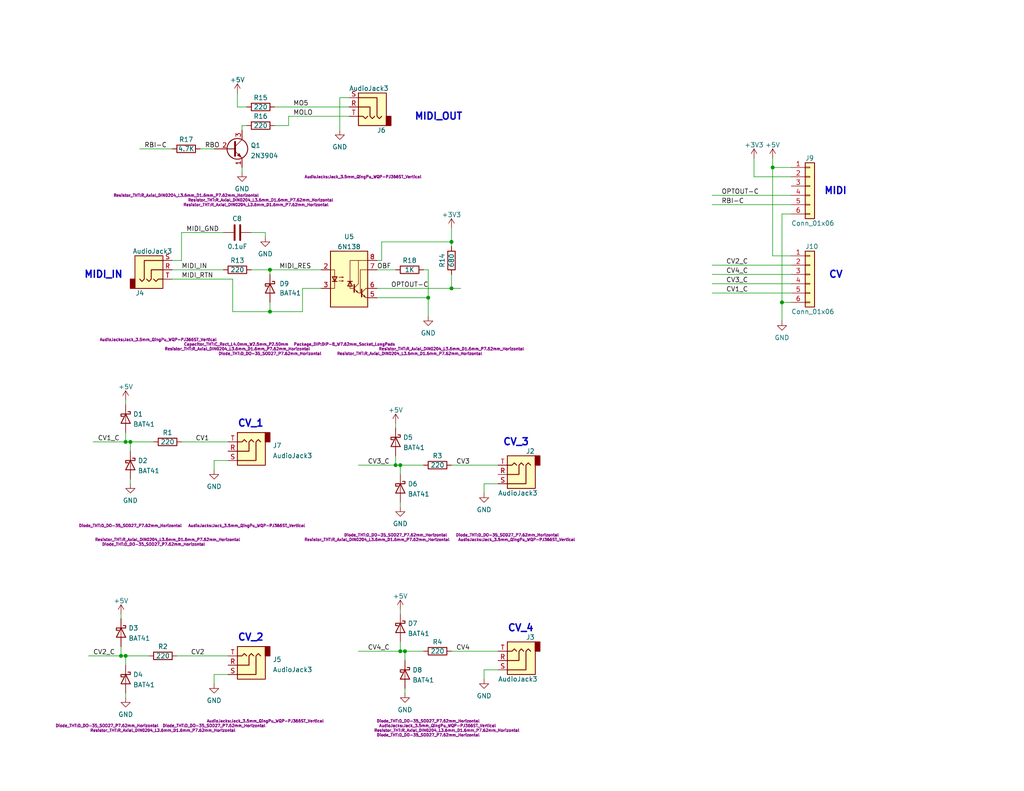
<source format=kicad_sch>
(kicad_sch (version 20211123) (generator eeschema)
  (paper "A")
  (title_block (title "SYNTH MIDI CONTROLLER") (date "2022-10-23") (rev "1") (company "LAND BOARDS LLC") (comment 1 "https://note.com/solder_state/n/n17e028497eba"))
  (lib_symbols
    (symbol "Connector:AudioJack3"
      (property "Reference" "J" (at 0 8.89 0))
      (property "Value" "AudioJack3" (at 0 6.35 0))
      (symbol "AudioJack3_0_1"
        (rectangle (start -5.08 -5.08) (end -6.35 -2.54) (stroke (width 0.254)) (fill (type outline)))
        (polyline (pts (xy 0 -2.54) (xy 0.635 -3.175) (xy 1.27 -2.54) (xy 2.54 -2.54)) (stroke (width 0.254)))
        (polyline (pts (xy -1.905 -2.54) (xy -1.27 -3.175) (xy -0.635 -2.54) (xy -0.635 0) (xy 2.54 0)) (stroke (width 0.254)))
        (polyline (pts (xy 2.54 2.54) (xy -2.54 2.54) (xy -2.54 -2.54) (xy -3.175 -3.175) (xy -3.81 -2.54)) (stroke (width 0.254)))
        (rectangle (start 2.54 3.81) (end -5.08 -5.08) (stroke (width 0.254)) (fill (type background)))
      )
      (symbol "AudioJack3_1_1"
        (pin passive line (at 5.08 0 180) (length 2.54) (name "~") (number "R"))
        (pin passive line (at 5.08 2.54 180) (length 2.54) (name "~") (number "S"))
        (pin passive line (at 5.08 -2.54 180) (length 2.54) (name "~") (number "T"))
      )
    )
    (symbol "Connector_Generic:Conn_01x06" (pin_names (offset 1.016) hide)
      (property "Reference" "J" (at 0 7.62 0))
      (property "Value" "Conn_01x06" (at 0 -10.16 0))
      (symbol "Conn_01x06_1_1"
        (rectangle (start -1.27 -7.493) (end 0 -7.747) (stroke (width 0.1524)))
        (rectangle (start -1.27 -4.953) (end 0 -5.207) (stroke (width 0.1524)))
        (rectangle (start -1.27 -2.413) (end 0 -2.667) (stroke (width 0.1524)))
        (rectangle (start -1.27 0.127) (end 0 -0.127) (stroke (width 0.1524)))
        (rectangle (start -1.27 2.667) (end 0 2.413) (stroke (width 0.1524)))
        (rectangle (start -1.27 5.207) (end 0 4.953) (stroke (width 0.1524)))
        (rectangle (start -1.27 6.35) (end 1.27 -8.89) (stroke (width 0.254)) (fill (type background)))
        (pin passive line (at -5.08 5.08 0) (length 3.81) (name "Pin_1") (number "1"))
        (pin passive line (at -5.08 2.54 0) (length 3.81) (name "Pin_2") (number "2"))
        (pin passive line (at -5.08 0 0) (length 3.81) (name "Pin_3") (number "3"))
        (pin passive line (at -5.08 -2.54 0) (length 3.81) (name "Pin_4") (number "4"))
        (pin passive line (at -5.08 -5.08 0) (length 3.81) (name "Pin_5") (number "5"))
        (pin passive line (at -5.08 -7.62 0) (length 3.81) (name "Pin_6") (number "6"))
      )
    )
    (symbol "Device:C" (pin_numbers hide) (pin_names (offset 0.254))
      (property "Reference" "C" (at 0.635 2.54 0))
      (property "Value" "C" (at 0.635 -2.54 0))
      (symbol "C_0_1"
        (polyline (pts (xy -2.032 -0.762) (xy 2.032 -0.762)) (stroke (width 0.508)))
        (polyline (pts (xy -2.032 0.762) (xy 2.032 0.762)) (stroke (width 0.508)))
      )
      (symbol "C_1_1"
        (pin passive line (at 0 3.81 270) (length 2.794) (name "~") (number "1"))
        (pin passive line (at 0 -3.81 90) (length 2.794) (name "~") (number "2"))
      )
    )
    (symbol "Device:D_Schottky" (pin_numbers hide) (pin_names (offset 1.016) hide)
      (property "Reference" "D" (at 0 2.54 0))
      (property "Value" "D_Schottky" (at 0 -2.54 0))
      (symbol "D_Schottky_0_1"
        (polyline (pts (xy 1.27 0) (xy -1.27 0)))
        (polyline (pts (xy 1.27 1.27) (xy 1.27 -1.27) (xy -1.27 0) (xy 1.27 1.27)) (stroke (width 0.254)))
        (polyline (pts (xy -1.905 0.635) (xy -1.905 1.27) (xy -1.27 1.27) (xy -1.27 -1.27) (xy -0.635 -1.27) (xy -0.635 -0.635)) (stroke (width 0.254)))
      )
      (symbol "D_Schottky_1_1"
        (pin passive line (at -3.81 0 0) (length 2.54) (name "K") (number "1"))
        (pin passive line (at 3.81 0 180) (length 2.54) (name "A") (number "2"))
      )
    )
    (symbol "Device:R" (pin_numbers hide) (pin_names (offset 0))
      (property "Reference" "R" (at 2.032 0 90))
      (property "Value" "R" (at 0 0 90))
      (symbol "R_0_1"
        (rectangle (start -1.016 -2.54) (end 1.016 2.54) (stroke (width 0.254)))
      )
      (symbol "R_1_1"
        (pin passive line (at 0 3.81 270) (length 1.27) (name "~") (number "1"))
        (pin passive line (at 0 -3.81 90) (length 1.27) (name "~") (number "2"))
      )
    )
    (symbol "Isolator:6N138" (pin_names (offset 1.016) hide)
      (property "Reference" "U" (at -4.064 8.89 0))
      (property "Value" "6N138" (at 2.286 8.89 0))
      (symbol "6N138_0_1"
        (rectangle (start -5.08 7.62) (end 5.08 -7.62) (stroke (width 0.254)) (fill (type background)))
        (polyline (pts (xy -4.572 -0.635) (xy -3.302 -0.635)) (stroke (width 0.254)))
        (polyline (pts (xy 0.889 -0.635) (xy -0.381 -0.635)) (stroke (width 0.254)))
        (polyline (pts (xy 1.397 -2.667) (xy 2.54 -3.81)))
        (polyline (pts (xy 1.397 -2.413) (xy 2.54 -1.27)))
        (polyline (pts (xy 2.54 -3.81) (xy 3.175 -3.81)))
        (polyline (pts (xy 3.429 -3.937) (xy 4.572 -5.08)))
        (polyline (pts (xy 3.429 -3.683) (xy 4.572 -2.54)))
        (polyline (pts (xy 4.572 -5.08) (xy 5.08 -5.08)))
        (polyline (pts (xy 4.572 -2.54) (xy 5.08 -2.54)))
        (polyline (pts (xy 1.397 -1.524) (xy 1.397 -3.556) (xy 1.397 -3.556)) (stroke (width 0.3556)))
        (polyline (pts (xy 2.54 -1.27) (xy 2.54 5.08) (xy 5.08 5.08)))
        (polyline (pts (xy 3.429 -2.794) (xy 3.429 -4.826) (xy 3.429 -4.826)) (stroke (width 0.3556)))
        (polyline (pts (xy 5.08 2.54) (xy 3.048 2.54) (xy 3.048 -3.81)))
        (polyline (pts (xy -5.08 -2.54) (xy -3.937 -2.54) (xy -3.937 2.54) (xy -5.08 2.54)))
        (polyline (pts (xy -3.937 -0.635) (xy -4.572 0.635) (xy -3.302 0.635) (xy -3.937 -0.635)) (stroke (width 0.254)))
        (polyline (pts (xy 0.254 -0.635) (xy 0.889 -1.905) (xy -0.381 -1.905) (xy 0.254 -0.635)) (stroke (width 0.254)))
        (polyline (pts (xy 1.27 -2.54) (xy 0.254 -2.54) (xy 0.254 5.08) (xy 2.54 5.08)))
        (polyline (pts (xy 2.413 -3.683) (xy 2.159 -3.175) (xy 1.905 -3.429) (xy 2.413 -3.683)))
        (polyline (pts (xy 4.445 -4.953) (xy 4.191 -4.445) (xy 3.937 -4.699) (xy 4.445 -4.953)))
        (polyline (pts (xy -2.794 -0.508) (xy -1.524 -0.508) (xy -1.905 -0.635) (xy -1.905 -0.381) (xy -1.524 -0.508)))
        (polyline (pts (xy -2.794 0.508) (xy -1.524 0.508) (xy -1.905 0.381) (xy -1.905 0.635) (xy -1.524 0.508)))
      )
      (symbol "6N138_1_1"
        (pin no_connect line (at -5.08 5.08 0) (length 2.54) hide (name "NC") (number "1"))
        (pin passive line (at -7.62 2.54 0) (length 2.54) (name "C1") (number "2"))
        (pin passive line (at -7.62 -2.54 0) (length 2.54) (name "C2") (number "3"))
        (pin no_connect line (at -5.08 -5.08 0) (length 2.54) hide (name "NC") (number "4"))
        (pin passive line (at 7.62 -5.08 180) (length 2.54) (name "GND") (number "5"))
        (pin passive line (at 7.62 -2.54 180) (length 2.54) (name "VO2") (number "6"))
        (pin passive line (at 7.62 2.54 180) (length 2.54) (name "VO1") (number "7"))
        (pin passive line (at 7.62 5.08 180) (length 2.54) (name "VCC") (number "8"))
      )
    )
    (symbol "Transistor_BJT:2N3904" (pin_names (offset 0) hide)
      (property "Reference" "Q" (at 5.08 1.905 0))
      (property "Value" "2N3904" (at 5.08 0 0))
      (symbol "2N3904_0_1"
        (polyline (pts (xy 0.635 0.635) (xy 2.54 2.54)))
        (polyline (pts (xy 0.635 -0.635) (xy 2.54 -2.54) (xy 2.54 -2.54)))
        (polyline (pts (xy 0.635 1.905) (xy 0.635 -1.905) (xy 0.635 -1.905)) (stroke (width 0.508)))
        (polyline (pts (xy 1.27 -1.778) (xy 1.778 -1.27) (xy 2.286 -2.286) (xy 1.27 -1.778) (xy 1.27 -1.778)) (fill (type outline)))
        (circle (center 1.27 0) (radius 2.8194) (stroke (width 0.254)))
      )
      (symbol "2N3904_1_1"
        (pin passive line (at 2.54 -5.08 90) (length 2.54) (name "E") (number "1"))
        (pin passive line (at -5.08 0 0) (length 5.715) (name "B") (number "2"))
        (pin passive line (at 2.54 5.08 270) (length 2.54) (name "C") (number "3"))
      )
    )
    (symbol "power:+3.3V" (power) (pin_names (offset 0))
      (property "Value" "+3.3V" (at 0 3.556 0))
      (symbol "+3.3V_0_1"
        (polyline (pts (xy -0.762 1.27) (xy 0 2.54)))
        (polyline (pts (xy 0 0) (xy 0 2.54)))
        (polyline (pts (xy 0 2.54) (xy 0.762 1.27)))
      )
      (symbol "+3.3V_1_1"
        (pin power_in line (at 0 0 90) (length 0) hide (name "+3V3") (number "1"))
      )
    )
    (symbol "power:+5V" (power) (pin_names (offset 0))
      (property "Value" "+5V" (at 0 3.556 0))
      (symbol "+5V_0_1"
        (polyline (pts (xy -0.762 1.27) (xy 0 2.54)))
        (polyline (pts (xy 0 0) (xy 0 2.54)))
        (polyline (pts (xy 0 2.54) (xy 0.762 1.27)))
      )
      (symbol "+5V_1_1"
        (pin power_in line (at 0 0 90) (length 0) hide (name "+5V") (number "1"))
      )
    )
    (symbol "power:GND" (power) (pin_names (offset 0))
      (property "Value" "GND" (at 0 -3.81 0))
      (symbol "GND_0_1"
        (polyline (pts (xy 0 0) (xy 0 -1.27) (xy 1.27 -1.27) (xy 0 -2.54) (xy -1.27 -1.27) (xy 0 -1.27)))
      )
      (symbol "GND_1_1"
        (pin power_in line (at 0 0 270) (length 0) hide (name "GND") (number "1"))
      )
    )
  )
  (junction (at 35.56 120.65))
  (junction (at 123.19 78.74))
  (junction (at 73.66 85.09))
  (junction (at 210.82 45.72))
  (junction (at 34.29 179.07))
  (junction (at 123.19 66.04))
  (junction (at 116.84 81.28))
  (junction (at 213.36 82.55))
  (junction (at 73.66 73.66))
  (junction (at 109.22 127))
  (junction (at 110.49 177.8))
  (junction (at 109.22 177.8))
  (junction (at 107.95 127))
  (junction (at 34.29 120.65))
  (junction (at 33.02 179.07))
  (wire (pts (xy 73.66 85.09) (xy 73.66 82.55)))
  (wire (pts (xy 213.36 82.55) (xy 213.36 87.63)))
  (wire (pts (xy 104.14 71.12) (xy 104.14 66.04)))
  (wire (pts (xy 49.53 120.65) (xy 62.23 120.65)))
  (wire (pts (xy 63.5 85.09) (xy 73.66 85.09)))
  (wire (pts (xy 194.31 53.34) (xy 215.9 53.34)))
  (wire (pts (xy 33.02 167.64) (xy 33.02 168.91)))
  (wire (pts (xy 82.55 85.09) (xy 82.55 78.74)))
  (wire (pts (xy 109.22 127) (xy 109.22 129.54)))
  (wire (pts (xy 34.29 109.22) (xy 34.29 110.49)))
  (wire (pts (xy 92.71 26.67) (xy 92.71 35.56)))
  (wire (pts (xy 73.66 85.09) (xy 82.55 85.09)))
  (wire (pts (xy 58.42 125.73) (xy 62.23 125.73)))
  (wire (pts (xy 49.53 63.5) (xy 60.96 63.5)))
  (wire (pts (xy 194.31 55.88) (xy 215.9 55.88)))
  (wire (pts (xy 210.82 45.72) (xy 215.9 45.72)))
  (wire (pts (xy 205.74 48.26) (xy 215.9 48.26)))
  (wire (pts (xy 64.77 25.4) (xy 64.77 29.21)))
  (wire (pts (xy 54.61 40.64) (xy 58.42 40.64)))
  (wire (pts (xy 107.95 115.57) (xy 107.95 116.84)))
  (wire (pts (xy 215.9 58.42) (xy 213.36 58.42)))
  (wire (pts (xy 58.42 186.69) (xy 58.42 184.15)))
  (wire (pts (xy 74.93 29.21) (xy 95.25 29.21)))
  (wire (pts (xy 132.08 134.62) (xy 132.08 132.08)))
  (wire (pts (xy 109.22 175.26) (xy 109.22 177.8)))
  (wire (pts (xy 116.84 81.28) (xy 116.84 86.36)))
  (wire (pts (xy 102.87 71.12) (xy 104.14 71.12)))
  (wire (pts (xy 34.29 179.07) (xy 34.29 181.61)))
  (wire (pts (xy 194.31 77.47) (xy 215.9 77.47)))
  (wire (pts (xy 110.49 177.8) (xy 110.49 180.34)))
  (wire (pts (xy 110.49 177.8) (xy 115.57 177.8)))
  (wire (pts (xy 107.95 124.46) (xy 107.95 127)))
  (wire (pts (xy 132.08 132.08) (xy 135.89 132.08)))
  (wire (pts (xy 115.57 73.66) (xy 116.84 73.66)))
  (wire (pts (xy 109.22 166.37) (xy 109.22 167.64)))
  (wire (pts (xy 213.36 58.42) (xy 213.36 82.55)))
  (wire (pts (xy 74.93 34.29) (xy 78.74 34.29)))
  (wire (pts (xy 82.55 78.74) (xy 87.63 78.74)))
  (wire (pts (xy 104.14 66.04) (xy 123.19 66.04)))
  (wire (pts (xy 58.42 128.27) (xy 58.42 125.73)))
  (wire (pts (xy 132.08 185.42) (xy 132.08 182.88)))
  (wire (pts (xy 68.58 63.5) (xy 72.39 63.5)))
  (wire (pts (xy 123.19 66.04) (xy 123.19 67.31)))
  (wire (pts (xy 25.4 120.65) (xy 34.29 120.65)))
  (wire (pts (xy 38.1 40.64) (xy 46.99 40.64)))
  (wire (pts (xy 194.31 72.39) (xy 215.9 72.39)))
  (wire (pts (xy 35.56 120.65) (xy 35.56 123.19)))
  (wire (pts (xy 73.66 73.66) (xy 73.66 74.93)))
  (wire (pts (xy 34.29 190.5) (xy 34.29 189.23)))
  (wire (pts (xy 64.77 29.21) (xy 67.31 29.21)))
  (wire (pts (xy 210.82 43.18) (xy 210.82 45.72)))
  (wire (pts (xy 35.56 120.65) (xy 41.91 120.65)))
  (wire (pts (xy 78.74 31.75) (xy 95.25 31.75)))
  (wire (pts (xy 92.71 26.67) (xy 95.25 26.67)))
  (wire (pts (xy 109.22 177.8) (xy 110.49 177.8)))
  (wire (pts (xy 210.82 45.72) (xy 210.82 69.85)))
  (wire (pts (xy 68.58 73.66) (xy 73.66 73.66)))
  (wire (pts (xy 66.04 35.56) (xy 66.04 34.29)))
  (wire (pts (xy 123.19 78.74) (xy 123.19 74.93)))
  (wire (pts (xy 33.02 176.53) (xy 33.02 179.07)))
  (wire (pts (xy 34.29 120.65) (xy 35.56 120.65)))
  (wire (pts (xy 66.04 45.72) (xy 66.04 46.99)))
  (wire (pts (xy 46.99 71.12) (xy 49.53 71.12)))
  (wire (pts (xy 109.22 138.43) (xy 109.22 137.16)))
  (wire (pts (xy 194.31 80.01) (xy 215.9 80.01)))
  (wire (pts (xy 34.29 179.07) (xy 40.64 179.07)))
  (wire (pts (xy 33.02 179.07) (xy 34.29 179.07)))
  (wire (pts (xy 194.31 74.93) (xy 215.9 74.93)))
  (wire (pts (xy 73.66 73.66) (xy 87.63 73.66)))
  (wire (pts (xy 123.19 78.74) (xy 125.73 78.74)))
  (wire (pts (xy 213.36 82.55) (xy 215.9 82.55)))
  (wire (pts (xy 46.99 76.2) (xy 63.5 76.2)))
  (wire (pts (xy 35.56 132.08) (xy 35.56 130.81)))
  (wire (pts (xy 132.08 182.88) (xy 135.89 182.88)))
  (wire (pts (xy 107.95 127) (xy 109.22 127)))
  (wire (pts (xy 123.19 177.8) (xy 135.89 177.8)))
  (wire (pts (xy 116.84 73.66) (xy 116.84 81.28)))
  (wire (pts (xy 72.39 63.5) (xy 72.39 64.77)))
  (wire (pts (xy 63.5 76.2) (xy 63.5 85.09)))
  (wire (pts (xy 24.13 179.07) (xy 33.02 179.07)))
  (wire (pts (xy 123.19 62.23) (xy 123.19 66.04)))
  (wire (pts (xy 210.82 69.85) (xy 215.9 69.85)))
  (wire (pts (xy 97.79 127) (xy 107.95 127)))
  (wire (pts (xy 66.04 34.29) (xy 67.31 34.29)))
  (wire (pts (xy 205.74 43.18) (xy 205.74 48.26)))
  (wire (pts (xy 102.87 81.28) (xy 116.84 81.28)))
  (wire (pts (xy 97.79 177.8) (xy 109.22 177.8)))
  (wire (pts (xy 78.74 34.29) (xy 78.74 31.75)))
  (wire (pts (xy 123.19 127) (xy 135.89 127)))
  (wire (pts (xy 58.42 184.15) (xy 62.23 184.15)))
  (wire (pts (xy 110.49 189.23) (xy 110.49 187.96)))
  (wire (pts (xy 60.96 73.66) (xy 46.99 73.66)))
  (wire (pts (xy 102.87 78.74) (xy 123.19 78.74)))
  (wire (pts (xy 49.53 71.12) (xy 49.53 63.5)))
  (wire (pts (xy 102.87 73.66) (xy 107.95 73.66)))
  (wire (pts (xy 109.22 127) (xy 115.57 127)))
  (wire (pts (xy 34.29 118.11) (xy 34.29 120.65)))
  (wire (pts (xy 48.26 179.07) (xy 62.23 179.07)))
  (text "CV_1" (at 64.77 116.84 0) (effects (font (size 1.905 1.905) (thickness 0.381) bold) (justify left bottom)))
  (text "CV_3" (at 137.16 121.92 0) (effects (font (size 1.905 1.905) (thickness 0.381) bold) (justify left bottom)))
  (text "MIDI_IN" (at 22.86 76.2 0) (effects (font (size 1.905 1.905) (thickness 0.381) bold) (justify left bottom)))
  (text "MIDI_OUT" (at 113.03 33.02 0) (effects (font (size 1.905 1.905) (thickness 0.381) bold) (justify left bottom)))
  (text "MIDI" (at 224.79 53.34 0) (effects (font (size 1.905 1.905) (thickness 0.381) bold) (justify left bottom)))
  (text "CV" (at 226.06 76.2 0) (effects (font (size 1.905 1.905) (thickness 0.381) bold) (justify left bottom)))
  (text "CV_4" (at 138.43 172.72 0) (effects (font (size 1.905 1.905) (thickness 0.381) bold) (justify left bottom)))
  (text "CV_2" (at 64.77 175.26 0) (effects (font (size 1.905 1.905) (thickness 0.381) bold) (justify left bottom)))
  (label "CV3_C" (at 198.12 77.47 0))
  (label "CV4_C" (at 198.12 74.93 0))
  (label "RBI-C" (at 39.37 40.64 0))
  (label "OBF" (at 102.87 73.66 0))
  (label "CV4" (at 124.46 177.8 0))
  (label "CV3_C" (at 100.33 127 0))
  (label "MIDI_GND" (at 50.8 63.5 0))
  (label "MIDI_RTN" (at 49.53 76.2 0))
  (label "MIDI_IN" (at 49.53 73.66 0))
  (label "CV1_C" (at 26.67 120.65 0))
  (label "MIDI_RES" (at 76.2 73.66 0))
  (label "CV3" (at 124.46 127 0))
  (label "CV4_C" (at 100.33 177.8 0))
  (label "CV1_C" (at 198.12 80.01 0))
  (label "MO5" (at 80.01 29.21 0))
  (label "CV1" (at 53.34 120.65 0))
  (label "CV2_C" (at 198.12 72.39 0))
  (label "OPTOUT-C" (at 196.85 53.34 0))
  (label "CV2" (at 52.07 179.07 0))
  (label "RBO" (at 55.88 40.64 0))
  (label "OPTOUT-C" (at 106.68 78.74 0))
  (label "CV2_C" (at 25.4 179.07 0))
  (label "RBI-C" (at 196.85 55.88 0))
  (label "MOLO" (at 80.01 31.75 0))
  (symbol (lib_id "Device:D_Schottky") (at 34.29 185.42 270) (unit 1)
    (property "Reference" "D4" (at 36.322 184.194 90) (effects (justify left)))
    (property "Value" "BAT41" (at 36.322 186.9691 90) (effects (justify left)))
    (property "Footprint" "Diode_THT:D_DO-35_SOD27_P7.62mm_Horizontal" (at 58.42 198.12 90) (effects (font (size 0.762 0.762))))
  )
  (symbol (lib_id "power:+5V") (at 64.77 25.4 0) (unit 1)
    (property "Reference" "#PWR0107" (effects hide))
    (property "Value" "+5V" (at 64.77 21.7955 0))
  )
  (symbol (lib_id "power:GND") (at 92.71 35.56 0) (unit 1)
    (property "Reference" "#PWR0136" (effects hide))
    (property "Value" "GND" (at 92.71 40.1225 0))
  )
  (symbol (lib_id "power:+5V") (at 107.95 115.57 0) (unit 1)
    (property "Reference" "#PWR0110" (effects hide))
    (property "Value" "+5V" (at 107.95 111.9655 0))
  )
  (symbol (lib_id "Device:R") (at 64.77 73.66 90) (unit 1)
    (property "Reference" "R13" (at 64.77 71.12 90))
    (property "Value" "220" (at 64.77 73.66 90))
    (property "Footprint" "Resistor_THT:R_Axial_DIN0204_L3.6mm_D1.6mm_P7.62mm_Horizontal" (at 64.77 95.25 90) (effects (font (size 0.762 0.762))))
  )
  (symbol (lib_id "Device:C") (at 64.77 63.5 90) (unit 1)
    (property "Reference" "C8" (at 66.04 59.69 90) (effects (justify left)))
    (property "Value" "0.1uF" (at 64.77 67.31 90))
    (property "Footprint" "Capacitor_THT:C_Rect_L4.0mm_W2.5mm_P2.50mm" (at 78.74 93.98 90) (effects (font (size 0.762 0.762)) (justify left)))
    (property "Datasheet" "https://www.mouser.com/ProductDetail/TDK/FG18X7R1H473KNT06?qs=qf2ddTMq67Ua7q%2FdN4IhqA%3D%3D" (effects hide))
  )
  (symbol (lib_id "Connector:AudioJack3") (at 100.33 29.21 0) (mirror y) (unit 1)
    (property "Reference" "J6" (at 102.87 35.56 0) (effects (justify right)))
    (property "Value" "AudioJack3" (at 95.25 24.13 0) (effects (justify right)))
    (property "Footprint" "AudioJacks:Jack_3.5mm_QingPu_WQP-PJ366ST_Vertical" (at 99.06 48.26 0) (effects (font (size 0.762 0.762))))
  )
  (symbol (lib_id "power:GND") (at 132.08 185.42 0) (unit 1)
    (property "Reference" "#PWR0131" (effects hide))
    (property "Value" "GND" (at 132.08 189.9825 0))
  )
  (symbol (lib_id "Device:R") (at 71.12 34.29 90) (unit 1)
    (property "Reference" "R16" (at 71.12 31.75 90))
    (property "Value" "220" (at 71.12 34.29 90))
    (property "Footprint" "Resistor_THT:R_Axial_DIN0204_L3.6mm_D1.6mm_P7.62mm_Horizontal" (at 71.12 54.61 90) (effects (font (size 0.762 0.762))))
  )
  (symbol (lib_id "Device:D_Schottky") (at 33.02 172.72 270) (unit 1)
    (property "Reference" "D3" (at 35.052 171.494 90) (effects (justify left)))
    (property "Value" "BAT41" (at 35.052 174.2691 90) (effects (justify left)))
    (property "Footprint" "Diode_THT:D_DO-35_SOD27_P7.62mm_Horizontal" (at 29.21 198.12 90) (effects (font (size 0.762 0.762))))
  )
  (symbol (lib_id "power:GND") (at 132.08 134.62 0) (unit 1)
    (property "Reference" "#PWR0112" (effects hide))
    (property "Value" "GND" (at 132.08 139.1825 0))
  )
  (symbol (lib_id "power:+5V") (at 33.02 167.64 0) (unit 1)
    (property "Reference" "#PWR0103" (effects hide))
    (property "Value" "+5V" (at 33.02 164.0355 0))
  )
  (symbol (lib_id "Connector_Generic:Conn_01x06") (at 220.98 50.8 0) (unit 1)
    (property "Reference" "J9" (at 219.71 43.18 0) (effects (justify left)))
    (property "Value" "Conn_01x06" (at 215.9 60.96 0) (effects (justify left)))
    (property "Footprint" "Connector_PinHeader_2.54mm:PinHeader_1x06_P2.54mm_Vertical" (effects hide))
  )
  (symbol (lib_id "Device:R") (at 119.38 127 90) (unit 1)
    (property "Reference" "R3" (at 119.38 124.46 90))
    (property "Value" "220" (at 119.38 127 90))
    (property "Footprint" "Resistor_THT:R_Axial_DIN0204_L3.6mm_D1.6mm_P7.62mm_Horizontal" (at 102.87 147.32 90) (effects (font (size 0.762 0.762))))
  )
  (symbol (lib_id "Device:D_Schottky") (at 35.56 127 270) (unit 1)
    (property "Reference" "D2" (at 37.592 125.774 90) (effects (justify left)))
    (property "Value" "BAT41" (at 37.592 128.5491 90) (effects (justify left)))
    (property "Footprint" "Diode_THT:D_DO-35_SOD27_P7.62mm_Horizontal" (at 35.56 143.51 90) (effects (font (size 0.762 0.762))))
  )
  (symbol (lib_id "Connector:AudioJack3") (at 67.31 123.19 180) (unit 1)
    (property "Reference" "J7" (at 74.4219 121.6465 0) (effects (justify right)))
    (property "Value" "AudioJack3" (at 74.4219 124.4216 0) (effects (justify right)))
    (property "Footprint" "AudioJacks:Jack_3.5mm_QingPu_WQP-PJ366ST_Vertical" (at 67.31 143.51 0) (effects (font (size 0.762 0.762))))
  )
  (symbol (lib_id "Transistor_BJT:2N3904") (at 63.5 40.64 0) (unit 1)
    (property "Reference" "Q1" (at 68.3513 39.7315 0) (effects (justify left)))
    (property "Value" "2N3904" (at 68.3513 42.5066 0) (effects (justify left)))
    (property "Footprint" "Package_TO_SOT_THT:TO-92_Inline" (effects hide))
    (property "Datasheet" "https://www.onsemi.com/pub/Collateral/2N3903-D.PDF" (effects hide))
  )
  (symbol (lib_id "Device:D_Schottky") (at 73.66 78.74 270) (unit 1)
    (property "Reference" "D9" (at 76.2 77.47 90) (effects (justify left)))
    (property "Value" "BAT41" (at 76.2 80.01 90) (effects (justify left)))
    (property "Footprint" "Diode_THT:D_DO-35_SOD27_P7.62mm_Horizontal" (at 73.66 96.52 90) (effects (font (size 0.762 0.762))))
  )
  (symbol (lib_id "Device:R") (at 71.12 29.21 270) (unit 1)
    (property "Reference" "R15" (at 71.12 26.67 90))
    (property "Value" "220" (at 71.12 29.21 90))
    (property "Footprint" "Resistor_THT:R_Axial_DIN0204_L3.6mm_D1.6mm_P7.62mm_Horizontal" (at 69.85 55.88 90) (effects (font (size 0.762 0.762))))
  )
  (symbol (lib_id "power:GND") (at 109.22 138.43 0) (unit 1)
    (property "Reference" "#PWR0113" (effects hide))
    (property "Value" "GND" (at 109.22 142.9925 0))
  )
  (symbol (lib_id "Device:R") (at 123.19 71.12 180) (unit 1)
    (property "Reference" "R14" (at 120.65 71.12 90))
    (property "Value" "680" (at 123.19 71.12 90))
    (property "Footprint" "Resistor_THT:R_Axial_DIN0204_L3.6mm_D1.6mm_P7.62mm_Horizontal" (at 123.19 95.25 0) (effects (font (size 0.762 0.762))))
  )
  (symbol (lib_id "Connector_Generic:Conn_01x06") (at 220.98 74.93 0) (unit 1)
    (property "Reference" "J10" (at 219.71 67.31 0) (effects (justify left)))
    (property "Value" "Conn_01x06" (at 215.9 85.09 0) (effects (justify left)))
    (property "Footprint" "Connector_PinHeader_2.54mm:PinHeader_1x06_P2.54mm_Vertical" (effects hide))
  )
  (symbol (lib_id "power:GND") (at 58.42 186.69 0) (unit 1)
    (property "Reference" "#PWR0102" (effects hide))
    (property "Value" "GND" (at 58.42 191.2525 0))
  )
  (symbol (lib_id "Connector:AudioJack3") (at 140.97 129.54 180) (unit 1)
    (property "Reference" "J2" (at 143.51 123.19 0) (effects (justify right)))
    (property "Value" "AudioJack3" (at 135.89 134.62 0) (effects (justify right)))
    (property "Footprint" "AudioJacks:Jack_3.5mm_QingPu_WQP-PJ366ST_Vertical" (at 140.97 147.32 0) (effects (font (size 0.762 0.762))))
  )
  (symbol (lib_id "Device:R") (at 119.38 177.8 90) (unit 1)
    (property "Reference" "R4" (at 119.38 175.26 90))
    (property "Value" "220" (at 119.38 177.8 90))
    (property "Footprint" "Resistor_THT:R_Axial_DIN0204_L3.6mm_D1.6mm_P7.62mm_Horizontal" (at 121.92 199.39 90) (effects (font (size 0.762 0.762))))
  )
  (symbol (lib_id "power:GND") (at 116.84 86.36 0) (unit 1)
    (property "Reference" "#PWR0137" (effects hide))
    (property "Value" "GND" (at 116.84 90.9225 0))
  )
  (symbol (lib_id "power:+5V") (at 210.82 43.18 0) (unit 1)
    (property "Reference" "#PWR0152" (effects hide))
    (property "Value" "+5V" (at 210.82 39.5755 0))
  )
  (symbol (lib_id "power:GND") (at 66.04 46.99 0) (mirror y) (unit 1)
    (property "Reference" "#PWR0106" (effects hide))
    (property "Value" "GND" (at 66.04 51.5525 0))
  )
  (symbol (lib_id "power:GND") (at 35.56 132.08 0) (unit 1)
    (property "Reference" "#PWR0120" (effects hide))
    (property "Value" "GND" (at 35.56 136.6425 0))
  )
  (symbol (lib_id "power:+3.3V") (at 205.74 43.18 0) (unit 1)
    (property "Reference" "#PWR0151" (effects hide))
    (property "Value" "+3.3V" (at 205.74 39.5755 0))
  )
  (symbol (lib_id "Connector:AudioJack3") (at 140.97 180.34 180) (unit 1)
    (property "Reference" "J3" (at 143.51 173.99 0) (effects (justify right)))
    (property "Value" "AudioJack3" (at 135.89 185.42 0) (effects (justify right)))
    (property "Footprint" "AudioJacks:Jack_3.5mm_QingPu_WQP-PJ366ST_Vertical" (at 119.38 198.12 0) (effects (font (size 0.762 0.762))))
  )
  (symbol (lib_id "Device:R") (at 44.45 179.07 90) (unit 1)
    (property "Reference" "R2" (at 44.45 176.53 90))
    (property "Value" "220" (at 44.45 179.07 90))
    (property "Footprint" "Resistor_THT:R_Axial_DIN0204_L3.6mm_D1.6mm_P7.62mm_Horizontal" (at 44.45 199.39 90) (effects (font (size 0.762 0.762))))
  )
  (symbol (lib_id "power:GND") (at 213.36 87.63 0) (unit 1)
    (property "Reference" "#PWR0150" (effects hide))
    (property "Value" "GND" (at 213.36 92.1925 0))
  )
  (symbol (lib_id "Device:D_Schottky") (at 110.49 184.15 270) (unit 1)
    (property "Reference" "D8" (at 112.522 182.924 90) (effects (justify left)))
    (property "Value" "BAT41" (at 112.522 185.6991 90) (effects (justify left)))
    (property "Footprint" "Diode_THT:D_DO-35_SOD27_P7.62mm_Horizontal" (at 116.84 200.66 90) (effects (font (size 0.762 0.762))))
  )
  (symbol (lib_id "power:GND") (at 110.49 189.23 0) (unit 1)
    (property "Reference" "#PWR0115" (effects hide))
    (property "Value" "GND" (at 110.49 193.7925 0))
  )
  (symbol (lib_id "Device:D_Schottky") (at 109.22 133.35 270) (unit 1)
    (property "Reference" "D6" (at 111.252 132.124 90) (effects (justify left)))
    (property "Value" "BAT41" (at 111.252 134.8991 90) (effects (justify left)))
    (property "Footprint" "Diode_THT:D_DO-35_SOD27_P7.62mm_Horizontal" (at 138.43 146.05 90) (effects (font (size 0.762 0.762))))
  )
  (symbol (lib_id "Device:R") (at 45.72 120.65 90) (unit 1)
    (property "Reference" "R1" (at 45.72 118.11 90))
    (property "Value" "220" (at 45.72 120.65 90))
    (property "Footprint" "Resistor_THT:R_Axial_DIN0204_L3.6mm_D1.6mm_P7.62mm_Horizontal" (at 45.72 147.32 90) (effects (font (size 0.762 0.762))))
  )
  (symbol (lib_id "power:+3.3V") (at 123.19 62.23 0) (unit 1)
    (property "Reference" "#PWR0138" (effects hide))
    (property "Value" "+3.3V" (at 123.19 58.6255 0))
  )
  (symbol (lib_id "Device:R") (at 50.8 40.64 270) (mirror x) (unit 1)
    (property "Reference" "R17" (at 50.8 38.1 90))
    (property "Value" "4.7K" (at 50.8 40.64 90))
    (property "Footprint" "Resistor_THT:R_Axial_DIN0204_L3.6mm_D1.6mm_P7.62mm_Horizontal" (at 50.8 53.34 90) (effects (font (size 0.762 0.762))))
  )
  (symbol (lib_id "power:+5V") (at 34.29 109.22 0) (unit 1)
    (property "Reference" "#PWR0117" (effects hide))
    (property "Value" "+5V" (at 34.29 105.6155 0))
  )
  (symbol (lib_id "power:GND") (at 72.39 64.77 0) (unit 1)
    (property "Reference" "#PWR0149" (effects hide))
    (property "Value" "GND" (at 72.39 69.3325 0))
  )
  (symbol (lib_id "power:GND") (at 58.42 128.27 0) (unit 1)
    (property "Reference" "#PWR0114" (effects hide))
    (property "Value" "GND" (at 58.42 132.8325 0))
  )
  (symbol (lib_id "power:GND") (at 34.29 190.5 0) (unit 1)
    (property "Reference" "#PWR0101" (effects hide))
    (property "Value" "GND" (at 34.29 195.0625 0))
  )
  (symbol (lib_id "Connector:AudioJack3") (at 67.31 181.61 180) (unit 1)
    (property "Reference" "J5" (at 74.4219 180.0665 0) (effects (justify right)))
    (property "Value" "AudioJack3" (at 74.4219 182.8416 0) (effects (justify right)))
    (property "Footprint" "AudioJacks:Jack_3.5mm_QingPu_WQP-PJ366ST_Vertical" (at 72.39 196.85 0) (effects (font (size 0.762 0.762))))
  )
  (symbol (lib_id "Device:D_Schottky") (at 107.95 120.65 270) (unit 1)
    (property "Reference" "D5" (at 109.982 119.424 90) (effects (justify left)))
    (property "Value" "BAT41" (at 109.982 122.1991 90) (effects (justify left)))
    (property "Footprint" "Diode_THT:D_DO-35_SOD27_P7.62mm_Horizontal" (at 107.95 146.05 90) (effects (font (size 0.762 0.762))))
  )
  (symbol (lib_id "Device:D_Schottky") (at 109.22 171.45 270) (unit 1)
    (property "Reference" "D7" (at 111.252 170.224 90) (effects (justify left)))
    (property "Value" "BAT41" (at 111.252 172.9991 90) (effects (justify left)))
    (property "Footprint" "Diode_THT:D_DO-35_SOD27_P7.62mm_Horizontal" (at 116.84 196.85 90) (effects (font (size 0.762 0.762))))
  )
  (symbol (lib_id "Device:R") (at 111.76 73.66 90) (unit 1)
    (property "Reference" "R18" (at 111.76 71.12 90))
    (property "Value" "1K" (at 111.76 73.66 90))
    (property "Footprint" "Resistor_THT:R_Axial_DIN0204_L3.6mm_D1.6mm_P7.62mm_Horizontal" (at 111.76 96.52 90) (effects (font (size 0.762 0.762))))
  )
  (symbol (lib_id "power:+5V") (at 109.22 166.37 0) (unit 1)
    (property "Reference" "#PWR0126" (effects hide))
    (property "Value" "+5V" (at 109.22 162.7655 0))
  )
  (symbol (lib_id "Connector:AudioJack3") (at 41.91 73.66 0) (unit 1)
    (property "Reference" "J4" (at 39.37 80.01 0) (effects (justify right)))
    (property "Value" "AudioJack3" (at 46.99 68.58 0) (effects (justify right)))
    (property "Footprint" "AudioJacks:Jack_3.5mm_QingPu_WQP-PJ366ST_Vertical" (at 43.18 92.71 0) (effects (font (size 0.762 0.762))))
  )
  (symbol (lib_id "Device:D_Schottky") (at 34.29 114.3 270) (unit 1)
    (property "Reference" "D1" (at 36.322 113.074 90) (effects (justify left)))
    (property "Value" "BAT41" (at 36.322 115.8491 90) (effects (justify left)))
    (property "Footprint" "Diode_THT:D_DO-35_SOD27_P7.62mm_Horizontal" (at 41.91 148.59 90) (effects (font (size 0.762 0.762))))
  )
  (symbol (lib_id "Isolator:6N138") (at 95.25 76.2 0) (unit 1)
    (property "Reference" "U5" (at 95.25 64.6135 0))
    (property "Value" "6N138" (at 95.25 67.3886 0))
    (property "Footprint" "Package_DIP:DIP-8_W7.62mm_Socket_LongPads" (at 93.98 93.98 0) (effects (font (size 0.762 0.762))))
  )
)
</source>
